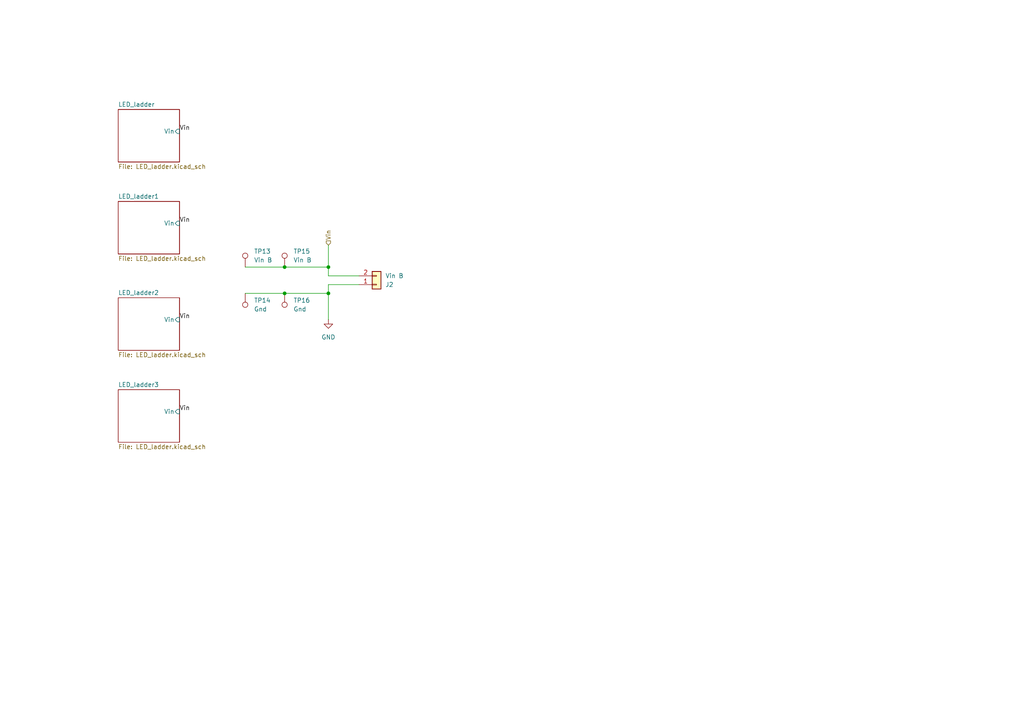
<source format=kicad_sch>
(kicad_sch (version 20250114) (generator "eeschema") (generator_version "9.0")
  (paper "A4")
  (lib_symbols
    (symbol "Connector:TestPoint" (pin_numbers (hide yes)) (pin_names (offset 0.762) (hide yes))
      (property "Reference" "TP" (at 0 6.858 0))
      (property "Value" "TestPoint" (at 0 5.08 0))
      (symbol "TestPoint_0_1"
        (circle (center 0 3.302) (radius 0.762))
      )
      (symbol "TestPoint_1_1"
        (pin passive line (at 0 0 90) (length 2.54) (name "1") (number "1"))
      )
    )
    (symbol "Connector_Generic:Conn_01x02" (pin_names (offset 1.016) (hide yes))
      (property "Reference" "J" (at 0 2.54 0))
      (property "Value" "Conn_01x02" (at 0 -5.08 0))
      (symbol "Conn_01x02_1_1"
        (rectangle (start -1.27 1.27) (end 1.27 -3.81) (stroke (width 0.254)) (fill (type background)))
        (rectangle (start -1.27 0.127) (end 0 -0.127) (stroke (width 0.1524)))
        (rectangle (start -1.27 -2.413) (end 0 -2.667) (stroke (width 0.1524)))
        (pin passive line (at -5.08 0 0) (length 3.81) (name "Pin_1") (number "1"))
        (pin passive line (at -5.08 -2.54 0) (length 3.81) (name "Pin_2") (number "2"))
      )
    )
    (symbol "power:GND" (power) (pin_numbers (hide yes)) (pin_names (offset 0) (hide yes))
      (property "Value" "GND" (at 0 -3.81 0))
      (symbol "GND_0_1"
        (polyline (pts (xy 0 0) (xy 0 -1.27) (xy 1.27 -1.27) (xy 0 -2.54) (xy -1.27 -1.27) (xy 0 -1.27)))
      )
      (symbol "GND_1_1"
        (pin power_in line (at 0 0 270) (length 0) (name "~") (number "1"))
      )
    )
  )
  (junction (at 82.55 77.47))
  (junction (at 95.25 85.09))
  (junction (at 82.55 85.09))
  (junction (at 95.25 77.47))
  (wire (pts (xy 95.25 80.01) (xy 104.14 80.01)))
  (wire (pts (xy 104.14 82.55) (xy 95.25 82.55)))
  (wire (pts (xy 95.25 71.12) (xy 95.25 77.47)))
  (wire (pts (xy 82.55 85.09) (xy 95.25 85.09)))
  (wire (pts (xy 95.25 92.71) (xy 95.25 85.09)))
  (wire (pts (xy 95.25 82.55) (xy 95.25 85.09)))
  (wire (pts (xy 95.25 80.01) (xy 95.25 77.47)))
  (wire (pts (xy 82.55 77.47) (xy 71.12 77.47)))
  (wire (pts (xy 71.12 85.09) (xy 82.55 85.09)))
  (wire (pts (xy 95.25 77.47) (xy 82.55 77.47)))
  (label "Vin" (at 52.07 119.38 0))
  (label "Vin" (at 52.07 38.1 0))
  (label "Vin" (at 52.07 64.77 0))
  (label "Vin" (at 52.07 92.71 0))
  (hierarchical_label "Vin" (shape input) (at 95.25 71.12 90))
  (symbol (lib_id "Connector:TestPoint") (at 82.55 77.47 0) (unit 1)
    (property "Reference" "TP15" (at 85.09 72.8979 0) (effects (justify left)))
    (property "Value" "Vin B" (at 85.09 75.4379 0) (effects (justify left)))
    (property "Footprint" "TestPoint:TestPoint_Plated_Hole_D5.0mm" (effects (hide yes)))
    (property "Description" "test point" (effects (hide yes)))
  )
  (symbol (lib_id "Connector:TestPoint") (at 82.55 85.09 180) (unit 1)
    (property "Reference" "TP16" (at 85.09 87.1219 0) (effects (justify right)))
    (property "Value" "Gnd" (at 85.09 89.6619 0) (effects (justify right)))
    (property "Footprint" "TestPoint:TestPoint_Plated_Hole_D5.0mm" (effects (hide yes)))
    (property "Description" "test point" (effects (hide yes)))
  )
  (symbol (lib_id "power:GND") (at 95.25 92.71 0) (unit 1)
    (property "Reference" "#PWR010" (effects (hide yes)))
    (property "Value" "GND" (at 95.25 97.79 0))
    (property "Description" "Power symbol creates a global label with name \"GND\" , ground" (effects (hide yes)))
  )
  (symbol (lib_id "Connector_Generic:Conn_01x02") (at 109.22 82.55 0) (mirror x) (unit 1)
    (property "Reference" "J2" (at 111.76 82.5501 0) (effects (justify left)))
    (property "Value" "Vin B" (at 111.76 80.0101 0) (effects (justify left)))
    (property "Footprint" "TerminalBlock_Phoenix:TerminalBlock_Phoenix_MKDS-1,5-2-5.08_1x02_P5.08mm_Horizontal" (effects (hide yes)))
    (property "Description" "Generic connector, single row, 01x02, script generated (kicad-library-utils/schlib/autogen/connector/)" (effects (hide yes)))
  )
  (symbol (lib_id "Connector:TestPoint") (at 71.12 77.47 0) (unit 1)
    (property "Reference" "TP13" (at 73.66 72.8979 0) (effects (justify left)))
    (property "Value" "Vin B" (at 73.66 75.4379 0) (effects (justify left)))
    (property "Footprint" "TestPoint:TestPoint_Plated_Hole_D5.0mm" (effects (hide yes)))
    (property "Description" "test point" (effects (hide yes)))
  )
  (symbol (lib_id "Connector:TestPoint") (at 71.12 85.09 180) (unit 1)
    (property "Reference" "TP14" (at 73.66 87.1219 0) (effects (justify right)))
    (property "Value" "Gnd" (at 73.66 89.6619 0) (effects (justify right)))
    (property "Footprint" "TestPoint:TestPoint_Plated_Hole_D5.0mm" (effects (hide yes)))
    (property "Description" "test point" (effects (hide yes)))
  )
  (sheet (at 34.29 58.42) (size 17.78 15.24) (stroke (width 0.1524))
    (property "Sheetname" "LED_ladder1" (at 34.29 57.7084 0) (effects (justify left bottom)))
    (property "Sheetfile" "LED_ladder.kicad_sch" (at 34.29 74.2446 0) (effects (justify left top)))
    (pin "Vin" input (at 52.07 64.77 0))
  )
  (sheet (at 34.29 86.36) (size 17.78 15.24) (stroke (width 0.1524))
    (property "Sheetname" "LED_ladder2" (at 34.29 85.6484 0) (effects (justify left bottom)))
    (property "Sheetfile" "LED_ladder.kicad_sch" (at 34.29 102.1846 0) (effects (justify left top)))
    (pin "Vin" input (at 52.07 92.71 0))
  )
  (sheet (at 34.29 113.03) (size 17.78 15.24) (stroke (width 0.1524))
    (property "Sheetname" "LED_ladder3" (at 34.29 112.3184 0) (effects (justify left bottom)))
    (property "Sheetfile" "LED_ladder.kicad_sch" (at 34.29 128.8546 0) (effects (justify left top)))
    (pin "Vin" input (at 52.07 119.38 0))
  )
  (sheet (at 34.29 31.75) (size 17.78 15.24) (stroke (width 0.1524))
    (property "Sheetname" "LED_ladder" (at 34.29 31.0384 0) (effects (justify left bottom)))
    (property "Sheetfile" "LED_ladder.kicad_sch" (at 34.29 47.5746 0) (effects (justify left top)))
    (pin "Vin" input (at 52.07 38.1 0))
  )
)
</source>
